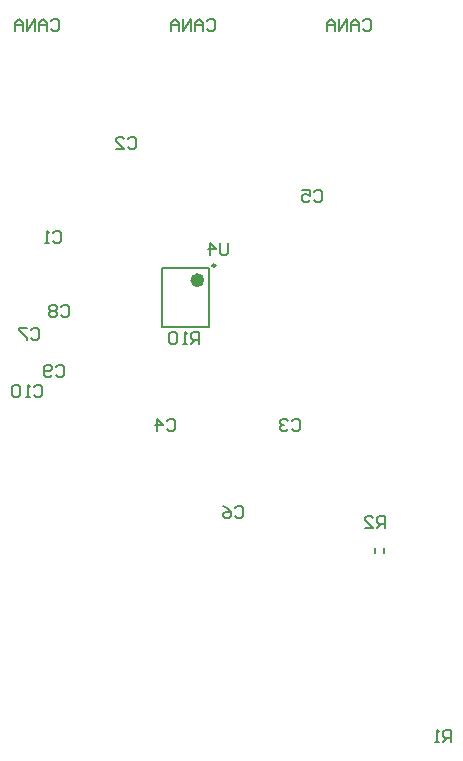
<source format=gbo>
G04*
G04 #@! TF.GenerationSoftware,Altium Limited,Altium Designer,18.1.6 (161)*
G04*
G04 Layer_Color=32896*
%FSLAX25Y25*%
%MOIN*%
G70*
G01*
G75*
%ADD30C,0.02362*%
%ADD31C,0.00984*%
%ADD32C,0.00787*%
%ADD34C,0.00600*%
D30*
X93468Y171906D02*
G03*
X93468Y171906I-1181J0D01*
G01*
D31*
X98291Y176847D02*
G03*
X98291Y176847I-492J0D01*
G01*
D32*
X80476Y156157D02*
X96224D01*
X80476Y175843D02*
X96224D01*
X80476Y156157D02*
Y175843D01*
X96224Y156157D02*
Y175843D01*
X154378Y81146D02*
Y82720D01*
X151622Y81146D02*
Y82720D01*
D34*
X93000Y150700D02*
Y154699D01*
X91001D01*
X90334Y154032D01*
Y152699D01*
X91001Y152033D01*
X93000D01*
X91667D02*
X90334Y150700D01*
X89001D02*
X87668D01*
X88335D01*
Y154699D01*
X89001Y154032D01*
X85669D02*
X85003Y154699D01*
X83670D01*
X83003Y154032D01*
Y151366D01*
X83670Y150700D01*
X85003D01*
X85669Y151366D01*
Y154032D01*
X154800Y89450D02*
Y93448D01*
X152801D01*
X152134Y92782D01*
Y91449D01*
X152801Y90782D01*
X154800D01*
X153467D02*
X152134Y89450D01*
X148135D02*
X150801D01*
X148135Y92115D01*
Y92782D01*
X148802Y93448D01*
X150135D01*
X150801Y92782D01*
X44334Y187590D02*
X45001Y188256D01*
X46334D01*
X47000Y187590D01*
Y184924D01*
X46334Y184257D01*
X45001D01*
X44334Y184924D01*
X43001Y184257D02*
X41668D01*
X42335D01*
Y188256D01*
X43001Y187590D01*
X69278Y219032D02*
X69945Y219699D01*
X71278D01*
X71944Y219032D01*
Y216366D01*
X71278Y215700D01*
X69945D01*
X69278Y216366D01*
X65280Y215700D02*
X67945D01*
X65280Y218366D01*
Y219032D01*
X65946Y219699D01*
X67279D01*
X67945Y219032D01*
X123834Y124832D02*
X124501Y125499D01*
X125833D01*
X126500Y124832D01*
Y122167D01*
X125833Y121500D01*
X124501D01*
X123834Y122167D01*
X122501Y124832D02*
X121835Y125499D01*
X120502D01*
X119835Y124832D01*
Y124166D01*
X120502Y123499D01*
X121168D01*
X120502D01*
X119835Y122833D01*
Y122167D01*
X120502Y121500D01*
X121835D01*
X122501Y122167D01*
X82334Y124832D02*
X83001Y125499D01*
X84334D01*
X85000Y124832D01*
Y122167D01*
X84334Y121500D01*
X83001D01*
X82334Y122167D01*
X79002Y121500D02*
Y125499D01*
X81001Y123499D01*
X78335D01*
X131334Y201479D02*
X132001Y202145D01*
X133334D01*
X134000Y201479D01*
Y198813D01*
X133334Y198146D01*
X132001D01*
X131334Y198813D01*
X127336Y202145D02*
X130001D01*
Y200146D01*
X128668Y200812D01*
X128002D01*
X127336Y200146D01*
Y198813D01*
X128002Y198146D01*
X129335D01*
X130001Y198813D01*
X104834Y96082D02*
X105501Y96748D01*
X106834D01*
X107500Y96082D01*
Y93416D01*
X106834Y92750D01*
X105501D01*
X104834Y93416D01*
X100836Y96748D02*
X102168Y96082D01*
X103501Y94749D01*
Y93416D01*
X102835Y92750D01*
X101502D01*
X100836Y93416D01*
Y94082D01*
X101502Y94749D01*
X103501D01*
X36834Y155332D02*
X37501Y155999D01*
X38834D01*
X39500Y155332D01*
Y152666D01*
X38834Y152000D01*
X37501D01*
X36834Y152666D01*
X35501Y155999D02*
X32836D01*
Y155332D01*
X35501Y152666D01*
Y152000D01*
X46834Y162832D02*
X47501Y163499D01*
X48834D01*
X49500Y162832D01*
Y160167D01*
X48834Y159500D01*
X47501D01*
X46834Y160167D01*
X45501Y162832D02*
X44835Y163499D01*
X43502D01*
X42836Y162832D01*
Y162166D01*
X43502Y161499D01*
X42836Y160833D01*
Y160167D01*
X43502Y159500D01*
X44835D01*
X45501Y160167D01*
Y160833D01*
X44835Y161499D01*
X45501Y162166D01*
Y162832D01*
X44835Y161499D02*
X43502D01*
X45334Y142832D02*
X46001Y143499D01*
X47334D01*
X48000Y142832D01*
Y140166D01*
X47334Y139500D01*
X46001D01*
X45334Y140166D01*
X44001D02*
X43335Y139500D01*
X42002D01*
X41335Y140166D01*
Y142832D01*
X42002Y143499D01*
X43335D01*
X44001Y142832D01*
Y142166D01*
X43335Y141499D01*
X41335D01*
X37834Y136332D02*
X38501Y136999D01*
X39834D01*
X40500Y136332D01*
Y133667D01*
X39834Y133000D01*
X38501D01*
X37834Y133667D01*
X36501Y133000D02*
X35168D01*
X35835D01*
Y136999D01*
X36501Y136332D01*
X33169D02*
X32503Y136999D01*
X31170D01*
X30503Y136332D01*
Y133667D01*
X31170Y133000D01*
X32503D01*
X33169Y133667D01*
Y136332D01*
X177000Y18000D02*
Y21999D01*
X175001D01*
X174334Y21332D01*
Y19999D01*
X175001Y19333D01*
X177000D01*
X175667D02*
X174334Y18000D01*
X173001D02*
X171668D01*
X172335D01*
Y21999D01*
X173001Y21332D01*
X102600Y184399D02*
Y181067D01*
X101934Y180400D01*
X100601D01*
X99934Y181067D01*
Y184399D01*
X96602Y180400D02*
Y184399D01*
X98601Y182399D01*
X95935D01*
X95512Y258451D02*
X96179Y259118D01*
X97512D01*
X98178Y258451D01*
Y255786D01*
X97512Y255119D01*
X96179D01*
X95512Y255786D01*
X94179Y255119D02*
Y257785D01*
X92847Y259118D01*
X91514Y257785D01*
Y255119D01*
Y257119D01*
X94179D01*
X90181Y255119D02*
Y259118D01*
X87515Y255119D01*
Y259118D01*
X86182Y255119D02*
Y257785D01*
X84849Y259118D01*
X83516Y257785D01*
Y255119D01*
Y257119D01*
X86182D01*
X147412Y258451D02*
X148079Y259118D01*
X149412D01*
X150078Y258451D01*
Y255786D01*
X149412Y255119D01*
X148079D01*
X147412Y255786D01*
X146079Y255119D02*
Y257785D01*
X144747Y259118D01*
X143414Y257785D01*
Y255119D01*
Y257119D01*
X146079D01*
X142081Y255119D02*
Y259118D01*
X139415Y255119D01*
Y259118D01*
X138082Y255119D02*
Y257785D01*
X136749Y259118D01*
X135416Y257785D01*
Y255119D01*
Y257119D01*
X138082D01*
X43512Y258451D02*
X44179Y259118D01*
X45512D01*
X46178Y258451D01*
Y255786D01*
X45512Y255119D01*
X44179D01*
X43512Y255786D01*
X42180Y255119D02*
Y257785D01*
X40847Y259118D01*
X39514Y257785D01*
Y255119D01*
Y257119D01*
X42180D01*
X38181Y255119D02*
Y259118D01*
X35515Y255119D01*
Y259118D01*
X34182Y255119D02*
Y257785D01*
X32849Y259118D01*
X31516Y257785D01*
Y255119D01*
Y257119D01*
X34182D01*
M02*

</source>
